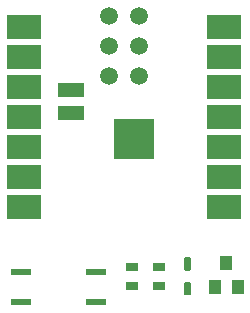
<source format=gtp>
G04 EAGLE Gerber RS-274X export*
G75*
%MOMM*%
%FSLAX34Y34*%
%LPD*%
%INSolderpaste Top*%
%IPPOS*%
%AMOC8*
5,1,8,0,0,1.08239X$1,22.5*%
G01*
G04 Define Apertures*
%ADD10R,1.000000X1.200000*%
%ADD11R,0.973900X0.798700*%
%ADD12R,3.000000X2.000000*%
%ADD13R,3.500000X3.500000*%
%ADD14C,1.500000*%
%ADD15R,2.300000X1.300000*%
%ADD16R,1.710000X0.630000*%
G36*
X166464Y748591D02*
X166480Y748382D01*
X166480Y739578D01*
X166464Y739369D01*
X166414Y739162D01*
X166333Y738967D01*
X166223Y738787D01*
X166084Y738626D01*
X165923Y738487D01*
X165743Y738377D01*
X165548Y738296D01*
X165339Y738246D01*
X162528Y738230D01*
X162319Y738246D01*
X162112Y738296D01*
X161917Y738377D01*
X161737Y738487D01*
X161576Y738626D01*
X161437Y738787D01*
X161327Y738967D01*
X161246Y739162D01*
X161196Y739369D01*
X161180Y739578D01*
X161180Y748382D01*
X161196Y748591D01*
X161246Y748798D01*
X161327Y748993D01*
X161437Y749173D01*
X161576Y749334D01*
X161737Y749473D01*
X161917Y749583D01*
X162112Y749664D01*
X162321Y749714D01*
X165132Y749730D01*
X165341Y749714D01*
X165548Y749664D01*
X165743Y749583D01*
X165923Y749473D01*
X166084Y749334D01*
X166223Y749173D01*
X166333Y748993D01*
X166414Y748798D01*
X166464Y748591D01*
G37*
G36*
X166464Y769391D02*
X166480Y769182D01*
X166480Y760378D01*
X166464Y760169D01*
X166414Y759962D01*
X166333Y759767D01*
X166223Y759587D01*
X166084Y759426D01*
X165923Y759287D01*
X165743Y759177D01*
X165548Y759096D01*
X165339Y759046D01*
X162528Y759030D01*
X162319Y759046D01*
X162112Y759096D01*
X161917Y759177D01*
X161737Y759287D01*
X161576Y759426D01*
X161437Y759587D01*
X161327Y759767D01*
X161246Y759962D01*
X161196Y760169D01*
X161180Y760378D01*
X161180Y769182D01*
X161196Y769391D01*
X161246Y769598D01*
X161327Y769793D01*
X161437Y769973D01*
X161576Y770134D01*
X161737Y770273D01*
X161917Y770383D01*
X162112Y770464D01*
X162321Y770514D01*
X165132Y770530D01*
X165341Y770514D01*
X165548Y770464D01*
X165743Y770383D01*
X165923Y770273D01*
X166084Y770134D01*
X166223Y769973D01*
X166333Y769793D01*
X166414Y769598D01*
X166464Y769391D01*
G37*
D10*
X196850Y765650D03*
X186850Y745650D03*
X206850Y745650D03*
D11*
X116840Y746228D03*
X116840Y762532D03*
X139700Y746228D03*
X139700Y762532D03*
D12*
X25160Y812800D03*
X25160Y838200D03*
X25160Y863600D03*
X25160Y889000D03*
X25160Y914400D03*
X25160Y939800D03*
X25160Y965200D03*
X195160Y812800D03*
X195160Y838200D03*
X195160Y863600D03*
X195160Y889000D03*
X195160Y914400D03*
X195160Y939800D03*
X195160Y965200D03*
D13*
X118460Y870300D03*
D14*
X97460Y974800D03*
X122860Y974800D03*
X122860Y949400D03*
X97460Y949400D03*
D15*
X65160Y912000D03*
X65160Y893000D03*
D14*
X97460Y924000D03*
X122860Y924000D03*
D16*
X22610Y758190D03*
X22610Y732790D03*
X86610Y758190D03*
X86610Y732790D03*
M02*

</source>
